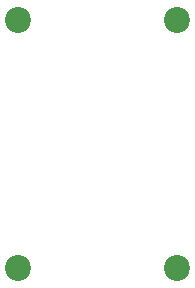
<source format=gbs>
%TF.GenerationSoftware,KiCad,Pcbnew,7.0.9*%
%TF.CreationDate,2024-09-28T05:56:50+08:00*%
%TF.ProjectId,cameraadapt,63616d65-7261-4616-9461-70742e6b6963,rev?*%
%TF.SameCoordinates,Original*%
%TF.FileFunction,Soldermask,Bot*%
%TF.FilePolarity,Negative*%
%FSLAX46Y46*%
G04 Gerber Fmt 4.6, Leading zero omitted, Abs format (unit mm)*
G04 Created by KiCad (PCBNEW 7.0.9) date 2024-09-28 05:56:50*
%MOMM*%
%LPD*%
G01*
G04 APERTURE LIST*
%ADD10C,2.200000*%
G04 APERTURE END LIST*
D10*
%TO.C,H4*%
X6750000Y10500000D03*
%TD*%
%TO.C,H1*%
X-6750000Y10500000D03*
%TD*%
%TO.C,H2*%
X6750000Y-10500000D03*
%TD*%
%TO.C,H3*%
X-6750000Y-10500000D03*
%TD*%
M02*

</source>
